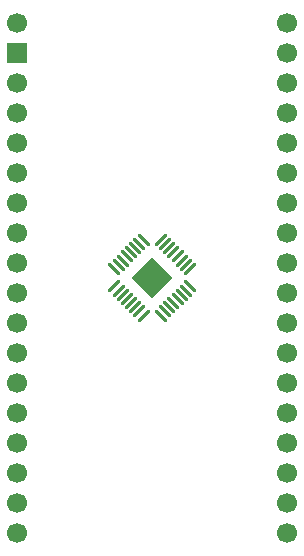
<source format=gts>
G04 #@! TF.GenerationSoftware,KiCad,Pcbnew,9.0.6*
G04 #@! TF.CreationDate,2026-01-02T20:46:07-06:00*
G04 #@! TF.ProjectId,QFN-32_5x5_P0.5,51464e2d-3332-45f3-9578-355f50302e35,rev?*
G04 #@! TF.SameCoordinates,Original*
G04 #@! TF.FileFunction,Soldermask,Top*
G04 #@! TF.FilePolarity,Negative*
%FSLAX46Y46*%
G04 Gerber Fmt 4.6, Leading zero omitted, Abs format (unit mm)*
G04 Created by KiCad (PCBNEW 9.0.6) date 2026-01-02 20:46:07*
%MOMM*%
%LPD*%
G01*
G04 APERTURE LIST*
G04 Aperture macros list*
%AMRoundRect*
0 Rectangle with rounded corners*
0 $1 Rounding radius*
0 $2 $3 $4 $5 $6 $7 $8 $9 X,Y pos of 4 corners*
0 Add a 4 corners polygon primitive as box body*
4,1,4,$2,$3,$4,$5,$6,$7,$8,$9,$2,$3,0*
0 Add four circle primitives for the rounded corners*
1,1,$1+$1,$2,$3*
1,1,$1+$1,$4,$5*
1,1,$1+$1,$6,$7*
1,1,$1+$1,$8,$9*
0 Add four rect primitives between the rounded corners*
20,1,$1+$1,$2,$3,$4,$5,0*
20,1,$1+$1,$4,$5,$6,$7,0*
20,1,$1+$1,$6,$7,$8,$9,0*
20,1,$1+$1,$8,$9,$2,$3,0*%
%AMRotRect*
0 Rectangle, with rotation*
0 The origin of the aperture is its center*
0 $1 length*
0 $2 width*
0 $3 Rotation angle, in degrees counterclockwise*
0 Add horizontal line*
21,1,$1,$2,0,0,$3*%
G04 Aperture macros list end*
%ADD10RoundRect,0.062500X-0.468458X0.380070X0.380070X-0.468458X0.468458X-0.380070X-0.380070X0.468458X0*%
%ADD11RoundRect,0.062500X-0.468458X-0.380070X-0.380070X-0.468458X0.468458X0.380070X0.380070X0.468458X0*%
%ADD12RotRect,2.500000X2.500000X315.000000*%
%ADD13C,1.700000*%
%ADD14R,1.700000X1.700000*%
G04 APERTURE END LIST*
D10*
X137696377Y-117441503D03*
X137342823Y-117795056D03*
X136989270Y-118148610D03*
X136635717Y-118502163D03*
X136282163Y-118855717D03*
X135928610Y-119209270D03*
X135575056Y-119562823D03*
X135221503Y-119916377D03*
D11*
X135221503Y-121383623D03*
X135575056Y-121737177D03*
X135928610Y-122090730D03*
X136282163Y-122444283D03*
X136635717Y-122797837D03*
X136989270Y-123151390D03*
X137342823Y-123504944D03*
X137696377Y-123858497D03*
D10*
X139163623Y-123858497D03*
X139517177Y-123504944D03*
X139870730Y-123151390D03*
X140224283Y-122797837D03*
X140577837Y-122444283D03*
X140931390Y-122090730D03*
X141284944Y-121737177D03*
X141638497Y-121383623D03*
D11*
X141638497Y-119916377D03*
X141284944Y-119562823D03*
X140931390Y-119209270D03*
X140577837Y-118855717D03*
X140224283Y-118502163D03*
X139870730Y-118148610D03*
X139517177Y-117795056D03*
X139163623Y-117441503D03*
D12*
X138430000Y-120650000D03*
D13*
X127000000Y-99061642D03*
D14*
X127000000Y-101601642D03*
D13*
X127000000Y-104141642D03*
X127000000Y-106681642D03*
X127000000Y-109221642D03*
X127000000Y-111761642D03*
X127000000Y-114301642D03*
X127000000Y-116841642D03*
X127000000Y-119381642D03*
X127000000Y-121921642D03*
X127000000Y-124461642D03*
X127000000Y-127001642D03*
X127000000Y-129541642D03*
X127000000Y-132081642D03*
X127000000Y-134621642D03*
X127000000Y-137161642D03*
X127000000Y-139701642D03*
X127000000Y-142241642D03*
X149860000Y-99061642D03*
X149860000Y-101601642D03*
X149860000Y-104141642D03*
X149860000Y-106681642D03*
X149860000Y-109221642D03*
X149860000Y-111761642D03*
X149860000Y-114301642D03*
X149860000Y-116841642D03*
X149860000Y-119381642D03*
X149860000Y-121921642D03*
X149860000Y-124461642D03*
X149860000Y-127001642D03*
X149860000Y-129541642D03*
X149860000Y-132081642D03*
X149860000Y-134621642D03*
X149860000Y-137161642D03*
X149860000Y-139701642D03*
X149860000Y-142241642D03*
M02*

</source>
